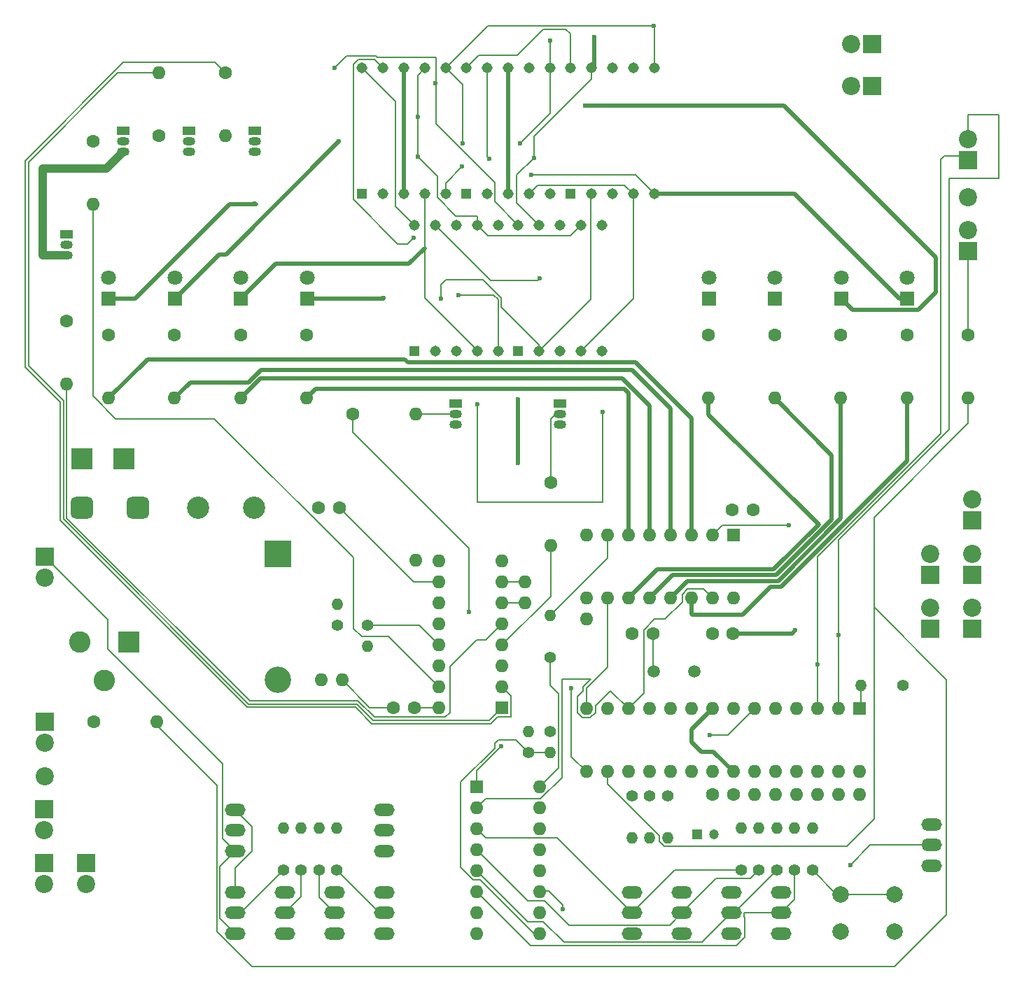
<source format=gbr>
%TF.GenerationSoftware,KiCad,Pcbnew,7.0.10*%
%TF.CreationDate,2024-02-06T15:01:58+01:00*%
%TF.ProjectId,diagram_chart,64696167-7261-46d5-9f63-686172742e6b,rev?*%
%TF.SameCoordinates,Original*%
%TF.FileFunction,Copper,L2,Bot*%
%TF.FilePolarity,Positive*%
%FSLAX46Y46*%
G04 Gerber Fmt 4.6, Leading zero omitted, Abs format (unit mm)*
G04 Created by KiCad (PCBNEW 7.0.10) date 2024-02-06 15:01:58*
%MOMM*%
%LPD*%
G01*
G04 APERTURE LIST*
G04 Aperture macros list*
%AMRoundRect*
0 Rectangle with rounded corners*
0 $1 Rounding radius*
0 $2 $3 $4 $5 $6 $7 $8 $9 X,Y pos of 4 corners*
0 Add a 4 corners polygon primitive as box body*
4,1,4,$2,$3,$4,$5,$6,$7,$8,$9,$2,$3,0*
0 Add four circle primitives for the rounded corners*
1,1,$1+$1,$2,$3*
1,1,$1+$1,$4,$5*
1,1,$1+$1,$6,$7*
1,1,$1+$1,$8,$9*
0 Add four rect primitives between the rounded corners*
20,1,$1+$1,$2,$3,$4,$5,0*
20,1,$1+$1,$4,$5,$6,$7,0*
20,1,$1+$1,$6,$7,$8,$9,0*
20,1,$1+$1,$8,$9,$2,$3,0*%
G04 Aperture macros list end*
%TA.AperFunction,ComponentPad*%
%ADD10O,1.600000X1.600000*%
%TD*%
%TA.AperFunction,ComponentPad*%
%ADD11C,1.600000*%
%TD*%
%TA.AperFunction,ComponentPad*%
%ADD12C,1.400000*%
%TD*%
%TA.AperFunction,ComponentPad*%
%ADD13O,1.400000X1.400000*%
%TD*%
%TA.AperFunction,ComponentPad*%
%ADD14C,1.500000*%
%TD*%
%TA.AperFunction,ComponentPad*%
%ADD15RoundRect,0.675000X-0.675000X-0.675000X0.675000X-0.675000X0.675000X0.675000X-0.675000X0.675000X0*%
%TD*%
%TA.AperFunction,ComponentPad*%
%ADD16C,2.700000*%
%TD*%
%TA.AperFunction,ComponentPad*%
%ADD17R,2.600000X2.600000*%
%TD*%
%TA.AperFunction,ComponentPad*%
%ADD18R,1.308000X1.308000*%
%TD*%
%TA.AperFunction,ComponentPad*%
%ADD19C,1.308000*%
%TD*%
%TA.AperFunction,ComponentPad*%
%ADD20R,2.200000X2.200000*%
%TD*%
%TA.AperFunction,ComponentPad*%
%ADD21C,2.200000*%
%TD*%
%TA.AperFunction,ComponentPad*%
%ADD22R,1.500000X1.050000*%
%TD*%
%TA.AperFunction,ComponentPad*%
%ADD23O,1.500000X1.050000*%
%TD*%
%TA.AperFunction,ComponentPad*%
%ADD24R,1.800000X1.800000*%
%TD*%
%TA.AperFunction,ComponentPad*%
%ADD25C,1.800000*%
%TD*%
%TA.AperFunction,ComponentPad*%
%ADD26R,1.200000X1.200000*%
%TD*%
%TA.AperFunction,ComponentPad*%
%ADD27C,1.200000*%
%TD*%
%TA.AperFunction,ComponentPad*%
%ADD28R,3.200000X3.200000*%
%TD*%
%TA.AperFunction,ComponentPad*%
%ADD29O,3.200000X3.200000*%
%TD*%
%TA.AperFunction,ComponentPad*%
%ADD30O,2.500000X1.500000*%
%TD*%
%TA.AperFunction,ComponentPad*%
%ADD31R,1.600000X1.600000*%
%TD*%
%TA.AperFunction,ComponentPad*%
%ADD32C,2.000000*%
%TD*%
%TA.AperFunction,ComponentPad*%
%ADD33C,2.600000*%
%TD*%
%TA.AperFunction,ViaPad*%
%ADD34C,0.600000*%
%TD*%
%TA.AperFunction,Conductor*%
%ADD35C,0.200000*%
%TD*%
%TA.AperFunction,Conductor*%
%ADD36C,0.500000*%
%TD*%
%TA.AperFunction,Conductor*%
%ADD37C,1.000000*%
%TD*%
G04 APERTURE END LIST*
D10*
%TO.P,,7,QH*%
%TO.N,unconnected-(U_Caps1-QH-Pad7)*%
X112700000Y-122460000D03*
%TD*%
D11*
%TO.P,R5,1*%
%TO.N,Net-(D5-K)*%
X142900000Y-92590000D03*
D10*
%TO.P,R5,2*%
%TO.N,Net-(U1-DRAIN5)*%
X142900000Y-100210000D03*
%TD*%
D12*
%TO.P,R29,1*%
%TO.N,Net-(MCU_0-PB3)*%
X125603000Y-148336000D03*
D13*
%TO.P,R29,2*%
%TO.N,GND*%
X125603000Y-153416000D03*
%TD*%
D14*
%TO.P,Y1,1,1*%
%TO.N,Net-(MCU_0-XTAL1{slash}PB6)*%
X133150000Y-133300000D03*
%TO.P,Y1,2,2*%
%TO.N,Net-(MCU_0-XTAL2{slash}PB7)*%
X128270000Y-133300000D03*
%TD*%
D15*
%TO.P,F1,1*%
%TO.N,+5V*%
X59090000Y-113500000D03*
X65850000Y-113500000D03*
D16*
%TO.P,F1,2*%
%TO.N,Net-(D8-K)*%
X73130000Y-113500000D03*
X79890000Y-113500000D03*
%TD*%
D17*
%TO.P,,1*%
%TO.N,+5V*%
X64170000Y-107500000D03*
%TD*%
D18*
%TO.P,hex_0,1*%
%TO.N,Net-(D4-K)*%
X99260000Y-94455000D03*
D19*
%TO.P,hex_0,2*%
%TO.N,Net-(D3-K)*%
X101800000Y-94455000D03*
%TO.P,hex_0,3,CA*%
%TO.N,Net-(T_HEX_0-E)*%
X104340000Y-94455000D03*
%TO.P,hex_0,4*%
%TO.N,Net-(D2-K)*%
X106880000Y-94455000D03*
%TO.P,hex_0,5*%
%TO.N,Net-(D7-K)*%
X109420000Y-94455000D03*
%TO.P,hex_0,6*%
%TO.N,Net-(D1-K)*%
X109420000Y-79215000D03*
%TO.P,hex_0,7*%
%TO.N,Net-(D0-K)*%
X106880000Y-79215000D03*
%TO.P,hex_0,8,CA*%
%TO.N,Net-(T_HEX_0-E)*%
X104340000Y-79215000D03*
%TO.P,hex_0,9*%
%TO.N,Net-(D5-K)*%
X101800000Y-79215000D03*
%TO.P,hex_0,10*%
%TO.N,Net-(D6-K)*%
X99260000Y-79215000D03*
%TD*%
D11*
%TO.P,R4,1*%
%TO.N,Net-(D4-K)*%
X134900000Y-92590000D03*
D10*
%TO.P,R4,2*%
%TO.N,Net-(U1-DRAIN4)*%
X134900000Y-100210000D03*
%TD*%
D11*
%TO.P,R23,1*%
%TO.N,Net-(T_LED1-B)*%
X57240000Y-90865000D03*
D10*
%TO.P,R23,2*%
%TO.N,Net-(U_Caps1-QF)*%
X57240000Y-98485000D03*
%TD*%
D20*
%TO.P,Serial_Screw1,1,Pin_1*%
%TO.N,Net-(MCU_0-PD1)*%
X166300000Y-71410000D03*
D21*
%TO.P,Serial_Screw1,2,Pin_2*%
%TO.N,Net-(MCU_0-PD0)*%
X166300000Y-68870000D03*
%TD*%
D10*
%TO.P,,6,QG*%
%TO.N,unconnected-(U_Caps1-QG-Pad6)*%
X112700000Y-125000000D03*
%TD*%
D21*
%TO.P,,2,Pin_2*%
%TO.N,unconnected-(RGB1-Pin_2-Pad2)*%
X166300000Y-75870000D03*
%TD*%
D10*
%TO.P,,26,PC3*%
%TO.N,unconnected-(MCU_0-PC3-Pad26)*%
X148082000Y-148209000D03*
%TD*%
D22*
%TO.P,T_HEX_1,1,E*%
%TO.N,Net-(T_HEX_1-E)*%
X116923000Y-100815000D03*
D23*
%TO.P,T_HEX_1,2,B*%
%TO.N,Net-(T_HEX_1-B)*%
X116923000Y-102085000D03*
%TO.P,T_HEX_1,3,C*%
%TO.N,Net-(D8-K)*%
X116923000Y-103355000D03*
%TD*%
D11*
%TO.P,CU_Caps1,1*%
%TO.N,Net-(D8-K)*%
X99300000Y-137700000D03*
%TO.P,CU_Caps1,2*%
%TO.N,GND*%
X96800000Y-137700000D03*
%TD*%
D20*
%TO.P,PWR_Screw2,1,Pin_1*%
%TO.N,GND*%
X166800000Y-115020000D03*
D21*
%TO.P,PWR_Screw2,2,Pin_2*%
%TO.N,Net-(D8-K)*%
X166800000Y-112480000D03*
%TD*%
D20*
%TO.P,Serial_Screw1,1,Pin_1*%
%TO.N,Net-(MCU_0-PD1)*%
X54550000Y-149930000D03*
D21*
%TO.P,Serial_Screw1,2,Pin_2*%
%TO.N,Net-(MCU_0-PD0)*%
X54550000Y-152470000D03*
%TD*%
D24*
%TO.P,D4,1,K*%
%TO.N,Net-(D4-K)*%
X134940000Y-88105000D03*
D25*
%TO.P,D4,2,A*%
%TO.N,Net-(D0-A)*%
X134940000Y-85565000D03*
%TD*%
D21*
%TO.P,,2,Pin_2*%
%TO.N,unconnected-(NC2-Pin_2-Pad2)*%
X152100000Y-62380000D03*
%TD*%
D12*
%TO.P,R31,1*%
%TO.N,Net-(MCU_0-PB5)*%
X129921000Y-148336000D03*
D13*
%TO.P,R31,2*%
%TO.N,GND*%
X129921000Y-153416000D03*
%TD*%
D21*
%TO.P,,2,Pin_2*%
%TO.N,unconnected-(NC3-Pin_2-Pad2)*%
X161720000Y-119020000D03*
%TD*%
D22*
%TO.P,T_DEC_0,1,E*%
%TO.N,Net-(T_DEC_0-E)*%
X64040000Y-67835000D03*
D23*
%TO.P,T_DEC_0,2,B*%
%TO.N,Net-(T_DEC_0-B)*%
X64040000Y-69105000D03*
%TO.P,T_DEC_0,3,C*%
%TO.N,Net-(D8-K)*%
X64040000Y-70375000D03*
%TD*%
D20*
%TO.P,NC4,1,Pin_1*%
%TO.N,unconnected-(NC4-Pin_1-Pad1)*%
X166800000Y-128100000D03*
D21*
%TO.P,NC4,2,Pin_2*%
%TO.N,unconnected-(NC4-Pin_2-Pad2)*%
X166800000Y-125560000D03*
%TD*%
D26*
%TO.P,C_MCU1,1*%
%TO.N,Net-(D8-K)*%
X133520401Y-153035000D03*
D27*
%TO.P,C_MCU1,2*%
%TO.N,GND*%
X135520401Y-153035000D03*
%TD*%
D28*
%TO.P,D8,1,K*%
%TO.N,Net-(D8-K)*%
X82800000Y-119080000D03*
D29*
%TO.P,D8,2,A*%
%TO.N,GND*%
X82800000Y-134320000D03*
%TD*%
D24*
%TO.P,D1,1,K*%
%TO.N,Net-(D1-K)*%
X70340000Y-88110000D03*
D25*
%TO.P,D1,2,A*%
%TO.N,Net-(D0-A)*%
X70340000Y-85570000D03*
%TD*%
D11*
%TO.P,R7,1*%
%TO.N,Net-(D7-K)*%
X158900000Y-92590000D03*
D10*
%TO.P,R7,2*%
%TO.N,Net-(U1-DRAIN7)*%
X158900000Y-100210000D03*
%TD*%
D30*
%TO.P,SW4,1,A*%
%TO.N,GND*%
X125650000Y-160025000D03*
%TO.P,SW4,2,B*%
%TO.N,Net-(SW4-B)*%
X125650000Y-162525000D03*
%TO.P,SW4,3,C*%
%TO.N,Net-(D8-K)*%
X125650000Y-165025000D03*
%TD*%
D20*
%TO.P,NC3,1,Pin_1*%
%TO.N,unconnected-(NC3-Pin_1-Pad1)*%
X166800000Y-121560000D03*
D21*
%TO.P,NC3,2,Pin_2*%
%TO.N,unconnected-(NC3-Pin_2-Pad2)*%
X166800000Y-119020000D03*
%TD*%
D20*
%TO.P,,1,Pin_1*%
%TO.N,unconnected-(NC4-Pin_1-Pad1)*%
X161720000Y-128100000D03*
%TD*%
D31*
%TO.P,U_Caps1,1,QB*%
%TO.N,Net-(U_Caps1-QB)*%
X109900000Y-137700000D03*
D10*
%TO.P,U_Caps1,2,QC*%
%TO.N,Net-(U_Caps1-QC)*%
X109900000Y-135160000D03*
%TO.P,U_Caps1,3,QD*%
%TO.N,Net-(U_Caps1-QD)*%
X109900000Y-132620000D03*
%TO.P,U_Caps1,4,QE*%
%TO.N,Net-(U_Caps1-QE)*%
X109900000Y-130080000D03*
%TO.P,U_Caps1,5,QF*%
%TO.N,Net-(U_Caps1-QF)*%
X109900000Y-127540000D03*
%TO.P,U_Caps1,6,QG*%
%TO.N,unconnected-(U_Caps1-QG-Pad6)*%
X109900000Y-125000000D03*
%TO.P,U_Caps1,7,QH*%
%TO.N,unconnected-(U_Caps1-QH-Pad7)*%
X109900000Y-122460000D03*
%TO.P,U_Caps1,8,GND*%
%TO.N,GND*%
X109900000Y-119920000D03*
%TO.P,U_Caps1,9,QH'*%
%TO.N,unconnected-(U_Caps1-QH'-Pad9)*%
X102280000Y-119920000D03*
%TO.P,U_Caps1,10,~{SRCLR}*%
%TO.N,Net-(D8-K)*%
X102280000Y-122460000D03*
%TO.P,U_Caps1,11,SRCLK*%
%TO.N,Net-(MCU_0-PD6)*%
X102280000Y-125000000D03*
%TO.P,U_Caps1,12,RCLK*%
%TO.N,Net-(MCU_0-PB1)*%
X102280000Y-127540000D03*
%TO.P,U_Caps1,13,~{OE}*%
%TO.N,Net-(U_Caps1-~{OE})*%
X102280000Y-130080000D03*
%TO.P,U_Caps1,14,SER*%
%TO.N,Net-(MCU_0-PD4)*%
X102280000Y-132620000D03*
%TO.P,U_Caps1,15,QA*%
%TO.N,Net-(U_Caps1-QA)*%
X102280000Y-135160000D03*
%TO.P,U_Caps1,16,VCC*%
%TO.N,Net-(D8-K)*%
X102280000Y-137700000D03*
%TD*%
D21*
%TO.P,,2,Pin_2*%
%TO.N,unconnected-(RGB2-Pin_2-Pad2)*%
X54590000Y-145940000D03*
%TD*%
D11*
%TO.P,C1,1*%
%TO.N,GND*%
X137850000Y-128700000D03*
%TO.P,C1,2*%
%TO.N,Net-(MCU_0-XTAL1{slash}PB6)*%
X135350000Y-128700000D03*
%TD*%
%TO.P,R2,1*%
%TO.N,Net-(D2-K)*%
X78300000Y-92590000D03*
D10*
%TO.P,R2,2*%
%TO.N,Net-(U1-DRAIN2)*%
X78300000Y-100210000D03*
%TD*%
D12*
%TO.P,R16,1*%
%TO.N,Net-(SW6-B)*%
X143129000Y-157353000D03*
D13*
%TO.P,R16,2*%
%TO.N,GND*%
X143129000Y-152273000D03*
%TD*%
D12*
%TO.P,R21,1*%
%TO.N,Net-(MCU_0-PD5)*%
X115730000Y-140560000D03*
D13*
%TO.P,R21,2*%
%TO.N,Net-(U2-Q7)*%
X115730000Y-143100000D03*
%TD*%
D22*
%TO.P,T_HEX_0,1,E*%
%TO.N,Net-(T_HEX_0-E)*%
X104323000Y-100815000D03*
D23*
%TO.P,T_HEX_0,2,B*%
%TO.N,Net-(T_HEX_0-B)*%
X104323000Y-102085000D03*
%TO.P,T_HEX_0,3,C*%
%TO.N,Net-(D8-K)*%
X104323000Y-103355000D03*
%TD*%
D12*
%TO.P,R10,1*%
%TO.N,Net-(MCU_0-PD3)*%
X147447000Y-157353000D03*
D13*
%TO.P,R10,2*%
%TO.N,GND*%
X147447000Y-152273000D03*
%TD*%
D12*
%TO.P,R17,1*%
%TO.N,Net-(SW7-B)*%
X145288000Y-157353000D03*
D13*
%TO.P,R17,2*%
%TO.N,GND*%
X145288000Y-152273000D03*
%TD*%
D12*
%TO.P,R20,1*%
%TO.N,Net-(U2-Q7)*%
X113130000Y-143100000D03*
D13*
%TO.P,R20,2*%
%TO.N,Net-(MCU_0-PD4)*%
X113130000Y-140560000D03*
%TD*%
D30*
%TO.P,SW__WR1,1,A*%
%TO.N,GND*%
X161900000Y-151775000D03*
%TO.P,SW__WR1,2,B*%
%TO.N,Net-(MCU_0-PB4)*%
X161900000Y-154275000D03*
%TO.P,SW__WR1,3,C*%
%TO.N,Net-(D8-K)*%
X161900000Y-156775000D03*
%TD*%
D11*
%TO.P,R6,1*%
%TO.N,Net-(D6-K)*%
X150900000Y-92590000D03*
D10*
%TO.P,R6,2*%
%TO.N,Net-(U1-DRAIN6)*%
X150900000Y-100210000D03*
%TD*%
D30*
%TO.P,SW0,1,A*%
%TO.N,GND*%
X77650000Y-160025000D03*
%TO.P,SW0,2,B*%
%TO.N,Net-(SW0-B)*%
X77650000Y-162525000D03*
%TO.P,SW0,3,C*%
%TO.N,Net-(D8-K)*%
X77650000Y-165025000D03*
%TD*%
D20*
%TO.P,NC1,1,Pin_1*%
%TO.N,unconnected-(NC1-Pin_1-Pad1)*%
X54550000Y-156470000D03*
D21*
%TO.P,NC1,2,Pin_2*%
%TO.N,unconnected-(NC1-Pin_2-Pad2)*%
X54550000Y-159010000D03*
%TD*%
D11*
%TO.P,R3,1*%
%TO.N,Net-(D3-K)*%
X86300000Y-92590000D03*
D10*
%TO.P,R3,2*%
%TO.N,Net-(U1-DRAIN3)*%
X86300000Y-100210000D03*
%TD*%
D30*
%TO.P,SW3,1,A*%
%TO.N,GND*%
X95650000Y-160025000D03*
%TO.P,SW3,2,B*%
%TO.N,Net-(SW3-B)*%
X95650000Y-162525000D03*
%TO.P,SW3,3,C*%
%TO.N,Net-(D8-K)*%
X95650000Y-165025000D03*
%TD*%
D12*
%TO.P,R15,1*%
%TO.N,Net-(SW5-B)*%
X140970000Y-157353000D03*
D13*
%TO.P,R15,2*%
%TO.N,GND*%
X140970000Y-152273000D03*
%TD*%
D18*
%TO.P,decimal_1,1*%
%TO.N,Net-(D4-K)*%
X105560000Y-75455000D03*
D19*
%TO.P,decimal_1,2*%
%TO.N,Net-(D3-K)*%
X108100000Y-75455000D03*
%TO.P,decimal_1,3,CA*%
%TO.N,Net-(T_DEC_1-E)*%
X110640000Y-75455000D03*
%TO.P,decimal_1,4*%
%TO.N,Net-(D2-K)*%
X113180000Y-75455000D03*
%TO.P,decimal_1,5*%
%TO.N,Net-(D7-K)*%
X115720000Y-75455000D03*
%TO.P,decimal_1,6*%
%TO.N,Net-(D1-K)*%
X115720000Y-60215000D03*
%TO.P,decimal_1,7*%
%TO.N,Net-(D0-K)*%
X113180000Y-60215000D03*
%TO.P,decimal_1,8,CA*%
%TO.N,Net-(T_DEC_1-E)*%
X110640000Y-60215000D03*
%TO.P,decimal_1,9*%
%TO.N,Net-(D5-K)*%
X108100000Y-60215000D03*
%TO.P,decimal_1,10*%
%TO.N,Net-(D6-K)*%
X105560000Y-60215000D03*
%TD*%
D10*
%TO.P,,28,PC5*%
%TO.N,unconnected-(MCU_0-PC5-Pad28)*%
X153162000Y-148209000D03*
%TD*%
%TO.P,,27,PC4*%
%TO.N,unconnected-(MCU_0-PC4-Pad27)*%
X150622000Y-148209000D03*
%TD*%
D30*
%TO.P,SW2,1,A*%
%TO.N,GND*%
X89650000Y-160025000D03*
%TO.P,SW2,2,B*%
%TO.N,Net-(SW2-B)*%
X89650000Y-162525000D03*
%TO.P,SW2,3,C*%
%TO.N,Net-(D8-K)*%
X89650000Y-165025000D03*
%TD*%
D12*
%TO.P,R11,1*%
%TO.N,Net-(SW1-B)*%
X85598000Y-157353000D03*
D13*
%TO.P,R11,2*%
%TO.N,GND*%
X85598000Y-152273000D03*
%TD*%
D11*
%TO.P,R27,1*%
%TO.N,Net-(T_DEC_1-B)*%
X68400000Y-68410000D03*
D10*
%TO.P,R27,2*%
%TO.N,Net-(U_Caps1-QB)*%
X68400000Y-60790000D03*
%TD*%
D20*
%TO.P,,1,Pin_1*%
%TO.N,unconnected-(NC3-Pin_1-Pad1)*%
X161720000Y-121560000D03*
%TD*%
D31*
%TO.P,U2,1,~{PL}*%
%TO.N,Net-(MCU_0-PD7)*%
X106840000Y-147235000D03*
D10*
%TO.P,U2,2,CP*%
%TO.N,Net-(MCU_0-PD6)*%
X106840000Y-149775000D03*
%TO.P,U2,3,D4*%
%TO.N,Net-(SW4-B)*%
X106840000Y-152315000D03*
%TO.P,U2,4,D5*%
%TO.N,Net-(SW5-B)*%
X106840000Y-154855000D03*
%TO.P,U2,5,D6*%
%TO.N,Net-(SW6-B)*%
X106840000Y-157395000D03*
%TO.P,U2,6,D7*%
%TO.N,Net-(SW7-B)*%
X106840000Y-159935000D03*
%TO.P,U2,7,~{Q7}*%
%TO.N,unconnected-(U2-~{Q7}-Pad7)*%
X106840000Y-162475000D03*
%TO.P,U2,8,GND*%
%TO.N,GND*%
X106840000Y-165015000D03*
%TO.P,U2,9,Q7*%
%TO.N,Net-(U2-Q7)*%
X114460000Y-165015000D03*
%TO.P,U2,10,DS*%
%TO.N,unconnected-(U2-DS-Pad10)*%
X114460000Y-162475000D03*
%TO.P,U2,11,D0*%
%TO.N,Net-(SW0-B)*%
X114460000Y-159935000D03*
%TO.P,U2,12,D1*%
%TO.N,Net-(SW1-B)*%
X114460000Y-157395000D03*
%TO.P,U2,13,D2*%
%TO.N,Net-(SW2-B)*%
X114460000Y-154855000D03*
%TO.P,U2,14,D3*%
%TO.N,Net-(SW3-B)*%
X114460000Y-152315000D03*
%TO.P,U2,15,~{CE}*%
%TO.N,GND*%
X114460000Y-149775000D03*
%TO.P,U2,16,VCC*%
%TO.N,Net-(D8-K)*%
X114460000Y-147235000D03*
%TD*%
D12*
%TO.P,R18,1*%
%TO.N,Net-(U_Caps1-~{OE})*%
X90000000Y-127720000D03*
D13*
%TO.P,R18,2*%
%TO.N,GND*%
X90000000Y-125180000D03*
%TD*%
D10*
%TO.P,,25,PC2*%
%TO.N,unconnected-(MCU_0-PC2-Pad25)*%
X145542000Y-148209000D03*
%TD*%
D11*
%TO.P,,1*%
%TO.N,Net-(D8-K)*%
X90250000Y-113500000D03*
%TD*%
D18*
%TO.P,decimal_0,1*%
%TO.N,Net-(D4-K)*%
X92960000Y-75455000D03*
D19*
%TO.P,decimal_0,2*%
%TO.N,Net-(D3-K)*%
X95500000Y-75455000D03*
%TO.P,decimal_0,3,CA*%
%TO.N,Net-(T_DEC_0-E)*%
X98040000Y-75455000D03*
%TO.P,decimal_0,4*%
%TO.N,Net-(D2-K)*%
X100580000Y-75455000D03*
%TO.P,decimal_0,5*%
%TO.N,Net-(D7-K)*%
X103120000Y-75455000D03*
%TO.P,decimal_0,6*%
%TO.N,Net-(D1-K)*%
X103120000Y-60215000D03*
%TO.P,decimal_0,7*%
%TO.N,Net-(D0-K)*%
X100580000Y-60215000D03*
%TO.P,decimal_0,8,CA*%
%TO.N,Net-(T_DEC_0-E)*%
X98040000Y-60215000D03*
%TO.P,decimal_0,9*%
%TO.N,Net-(D5-K)*%
X95500000Y-60215000D03*
%TO.P,decimal_0,10*%
%TO.N,Net-(D6-K)*%
X92960000Y-60215000D03*
%TD*%
D12*
%TO.P,R22,1*%
%TO.N,Net-(D8-K)*%
X115697000Y-131572000D03*
D13*
%TO.P,R22,2*%
%TO.N,Net-(U1-~{CLR})*%
X115697000Y-126492000D03*
%TD*%
D11*
%TO.P,CU2,1*%
%TO.N,Net-(MCU_0-AREF)*%
X135402000Y-148209000D03*
%TO.P,CU2,2*%
%TO.N,GND*%
X137902000Y-148209000D03*
%TD*%
%TO.P,R32,1*%
%TO.N,Net-(RGB1-Pin_1)*%
X166300000Y-92590000D03*
D10*
%TO.P,R32,2*%
%TO.N,Net-(MCU_0-PB2)*%
X166300000Y-100210000D03*
%TD*%
D12*
%TO.P,R12,1*%
%TO.N,Net-(SW2-B)*%
X87757000Y-157353000D03*
D13*
%TO.P,R12,2*%
%TO.N,GND*%
X87757000Y-152273000D03*
%TD*%
D12*
%TO.P,R9,1*%
%TO.N,Net-(D8-K)*%
X158369000Y-135001000D03*
D13*
%TO.P,R9,2*%
%TO.N,Net-(MCU_0-~{RESET}{slash}PC6)*%
X153289000Y-135001000D03*
%TD*%
D20*
%TO.P,,1,Pin_1*%
%TO.N,unconnected-(NC2-Pin_1-Pad1)*%
X154640000Y-62380000D03*
%TD*%
D12*
%TO.P,R8,1*%
%TO.N,Net-(SW0-B)*%
X83439000Y-157353000D03*
D13*
%TO.P,R8,2*%
%TO.N,GND*%
X83439000Y-152273000D03*
%TD*%
D20*
%TO.P,NC2,1,Pin_1*%
%TO.N,unconnected-(NC2-Pin_1-Pad1)*%
X154640000Y-57300000D03*
D21*
%TO.P,NC2,2,Pin_2*%
%TO.N,unconnected-(NC2-Pin_2-Pad2)*%
X152100000Y-57300000D03*
%TD*%
D18*
%TO.P,hex_1,1*%
%TO.N,Net-(D4-K)*%
X111860000Y-94455000D03*
D19*
%TO.P,hex_1,2*%
%TO.N,Net-(D3-K)*%
X114400000Y-94455000D03*
%TO.P,hex_1,3,CA*%
%TO.N,Net-(T_HEX_1-E)*%
X116940000Y-94455000D03*
%TO.P,hex_1,4*%
%TO.N,Net-(D2-K)*%
X119480000Y-94455000D03*
%TO.P,hex_1,5*%
%TO.N,Net-(D7-K)*%
X122020000Y-94455000D03*
%TO.P,hex_1,6*%
%TO.N,Net-(D1-K)*%
X122020000Y-79215000D03*
%TO.P,hex_1,7*%
%TO.N,Net-(D0-K)*%
X119480000Y-79215000D03*
%TO.P,hex_1,8,CA*%
%TO.N,Net-(T_HEX_1-E)*%
X116940000Y-79215000D03*
%TO.P,hex_1,9*%
%TO.N,Net-(D5-K)*%
X114400000Y-79215000D03*
%TO.P,hex_1,10*%
%TO.N,Net-(D6-K)*%
X111860000Y-79215000D03*
%TD*%
D10*
%TO.P,,24,PC1*%
%TO.N,unconnected-(MCU_0-PC1-Pad24)*%
X143002000Y-148209000D03*
%TD*%
D18*
%TO.P,decimal_2,1*%
%TO.N,Net-(D4-K)*%
X118160000Y-75455000D03*
D19*
%TO.P,decimal_2,2*%
%TO.N,Net-(D3-K)*%
X120700000Y-75455000D03*
%TO.P,decimal_2,3,CA*%
%TO.N,Net-(T_DEC_2-E)*%
X123240000Y-75455000D03*
%TO.P,decimal_2,4*%
%TO.N,Net-(D2-K)*%
X125780000Y-75455000D03*
%TO.P,decimal_2,5*%
%TO.N,Net-(D7-K)*%
X128320000Y-75455000D03*
%TO.P,decimal_2,6*%
%TO.N,Net-(D1-K)*%
X128320000Y-60215000D03*
%TO.P,decimal_2,7*%
%TO.N,Net-(D0-K)*%
X125780000Y-60215000D03*
%TO.P,decimal_2,8,CA*%
%TO.N,Net-(T_DEC_2-E)*%
X123240000Y-60215000D03*
%TO.P,decimal_2,9*%
%TO.N,Net-(D5-K)*%
X120700000Y-60215000D03*
%TO.P,decimal_2,10*%
%TO.N,Net-(D6-K)*%
X118160000Y-60215000D03*
%TD*%
D11*
%TO.P,R24,1*%
%TO.N,Net-(U_Caps1-QD)*%
X91823000Y-102085000D03*
D10*
%TO.P,R24,2*%
%TO.N,Net-(T_HEX_0-B)*%
X99443000Y-102085000D03*
%TD*%
D11*
%TO.P,R28,1*%
%TO.N,Net-(U_Caps1-QC)*%
X76400000Y-60790000D03*
D10*
%TO.P,R28,2*%
%TO.N,Net-(T_DEC_2-B)*%
X76400000Y-68410000D03*
%TD*%
D24*
%TO.P,D7,1,K*%
%TO.N,Net-(D7-K)*%
X158940000Y-88110000D03*
D25*
%TO.P,D7,2,A*%
%TO.N,Net-(D0-A)*%
X158940000Y-85570000D03*
%TD*%
D32*
%TO.P,SW_N1,1,1*%
%TO.N,Net-(MCU_0-PD3)*%
X150900000Y-160275000D03*
X157400000Y-160275000D03*
%TO.P,SW_N1,2,2*%
%TO.N,Net-(D8-K)*%
X150900000Y-164775000D03*
X157400000Y-164775000D03*
%TD*%
D30*
%TO.P,SW_Mem1,1,A*%
%TO.N,GND*%
X77650000Y-150025000D03*
%TO.P,SW_Mem1,2,B*%
%TO.N,Net-(MCU_0-PB3)*%
X77650000Y-152525000D03*
%TO.P,SW_Mem1,3,C*%
%TO.N,Net-(D8-K)*%
X77650000Y-155025000D03*
%TD*%
D24*
%TO.P,D2,1,K*%
%TO.N,Net-(D2-K)*%
X78340000Y-88110000D03*
D25*
%TO.P,D2,2,A*%
%TO.N,Net-(D0-A)*%
X78340000Y-85570000D03*
%TD*%
D21*
%TO.P,,2,Pin_2*%
%TO.N,unconnected-(NC1-Pin_2-Pad2)*%
X59630000Y-159010000D03*
%TD*%
D12*
%TO.P,R14,1*%
%TO.N,Net-(SW4-B)*%
X138811000Y-157353000D03*
D13*
%TO.P,R14,2*%
%TO.N,GND*%
X138811000Y-152273000D03*
%TD*%
D11*
%TO.P,R33,1*%
%TO.N,Net-(RGB2-Pin_1)*%
X60500000Y-139390000D03*
D10*
%TO.P,R33,2*%
%TO.N,Net-(MCU_0-PB2)*%
X68120000Y-139390000D03*
%TD*%
%TO.P,,9,SER_OUT*%
%TO.N,unconnected-(U1-SER_OUT-Pad9)*%
X120100000Y-126960000D03*
%TD*%
%TO.P,,23,PC0*%
%TO.N,unconnected-(MCU_0-PC0-Pad23)*%
X140462000Y-148209000D03*
%TD*%
D12*
%TO.P,R13,1*%
%TO.N,Net-(SW3-B)*%
X89916000Y-157353000D03*
D13*
%TO.P,R13,2*%
%TO.N,GND*%
X89916000Y-152273000D03*
%TD*%
D17*
%TO.P,DC-In1,1*%
%TO.N,+5V*%
X64800000Y-129700000D03*
D33*
%TO.P,DC-In1,2*%
%TO.N,GND*%
X58800000Y-129700000D03*
%TO.P,DC-In1,3*%
X61800000Y-134400000D03*
%TD*%
D30*
%TO.P,SW5,1,A*%
%TO.N,GND*%
X131650000Y-160025000D03*
%TO.P,SW5,2,B*%
%TO.N,Net-(SW5-B)*%
X131650000Y-162525000D03*
%TO.P,SW5,3,C*%
%TO.N,Net-(D8-K)*%
X131650000Y-165025000D03*
%TD*%
D11*
%TO.P,,1*%
%TO.N,Net-(D8-K)*%
X87710000Y-113500000D03*
%TD*%
D31*
%TO.P,U1,1,VCC*%
%TO.N,Net-(D8-K)*%
X137880000Y-116800000D03*
D10*
%TO.P,U1,2,SER_IN*%
%TO.N,Net-(MCU_0-PD4)*%
X135340000Y-116800000D03*
%TO.P,U1,3,DRAIN0*%
%TO.N,Net-(U1-DRAIN0)*%
X132800000Y-116800000D03*
%TO.P,U1,4,DRAIN1*%
%TO.N,Net-(U1-DRAIN1)*%
X130260000Y-116800000D03*
%TO.P,U1,5,DRAIN2*%
%TO.N,Net-(U1-DRAIN2)*%
X127720000Y-116800000D03*
%TO.P,U1,6,DRAIN3*%
%TO.N,Net-(U1-DRAIN3)*%
X125180000Y-116800000D03*
%TO.P,U1,7,~{CLR}*%
%TO.N,Net-(U1-~{CLR})*%
X122640000Y-116800000D03*
%TO.P,U1,8,~{G}*%
%TO.N,GND*%
X120100000Y-116800000D03*
%TO.P,U1,9,SER_OUT*%
%TO.N,unconnected-(U1-SER_OUT-Pad9)*%
X120100000Y-124420000D03*
%TO.P,U1,10,RCLK*%
%TO.N,Net-(MCU_0-PB0)*%
X122640000Y-124420000D03*
%TO.P,U1,11,DRAIN4*%
%TO.N,Net-(U1-DRAIN4)*%
X125180000Y-124420000D03*
%TO.P,U1,12,DRAIN5*%
%TO.N,Net-(U1-DRAIN5)*%
X127720000Y-124420000D03*
%TO.P,U1,13,DRAIN6*%
%TO.N,Net-(U1-DRAIN6)*%
X130260000Y-124420000D03*
%TO.P,U1,14,DRAIN7*%
%TO.N,Net-(U1-DRAIN7)*%
X132800000Y-124420000D03*
%TO.P,U1,15,SRCK*%
%TO.N,Net-(MCU_0-PD6)*%
X135340000Y-124420000D03*
%TO.P,U1,16,GND*%
%TO.N,GND*%
X137880000Y-124420000D03*
%TD*%
D20*
%TO.P,,1,Pin_1*%
%TO.N,unconnected-(NC1-Pin_1-Pad1)*%
X59630000Y-156470000D03*
%TD*%
D30*
%TO.P,SW_Serr1,1,A*%
%TO.N,GND*%
X95650000Y-150025000D03*
%TO.P,SW_Serr1,2,B*%
%TO.N,Net-(MCU_0-PB5)*%
X95650000Y-152525000D03*
%TO.P,SW_Serr1,3,C*%
%TO.N,Net-(D8-K)*%
X95650000Y-155025000D03*
%TD*%
D11*
%TO.P,CU1,1*%
%TO.N,Net-(D8-K)*%
X137750000Y-113700000D03*
%TO.P,CU1,2*%
%TO.N,GND*%
X140250000Y-113700000D03*
%TD*%
%TO.P,R25,1*%
%TO.N,Net-(T_HEX_1-B)*%
X115800000Y-110380000D03*
D10*
%TO.P,R25,2*%
%TO.N,Net-(U_Caps1-QE)*%
X115800000Y-118000000D03*
%TD*%
D11*
%TO.P,R1,1*%
%TO.N,Net-(D1-K)*%
X70300000Y-92590000D03*
D10*
%TO.P,R1,2*%
%TO.N,Net-(U1-DRAIN1)*%
X70300000Y-100210000D03*
%TD*%
%TO.P,,*%
%TO.N,GND*%
X90540000Y-134320000D03*
%TD*%
D22*
%TO.P,T_DEC_1,1,E*%
%TO.N,Net-(T_DEC_1-E)*%
X72040000Y-67835000D03*
D23*
%TO.P,T_DEC_1,2,B*%
%TO.N,Net-(T_DEC_1-B)*%
X72040000Y-69105000D03*
%TO.P,T_DEC_1,3,C*%
%TO.N,Net-(D8-K)*%
X72040000Y-70375000D03*
%TD*%
D17*
%TO.P,,1*%
%TO.N,+5V*%
X59090000Y-107500000D03*
%TD*%
D10*
%TO.P,,9,QH'*%
%TO.N,unconnected-(U_Caps1-QH'-Pad9)*%
X99500000Y-119800000D03*
%TD*%
D21*
%TO.P,,2,Pin_2*%
%TO.N,unconnected-(NC4-Pin_2-Pad2)*%
X161720000Y-125560000D03*
%TD*%
D31*
%TO.P,MCU_0,1,~{RESET}/PC6*%
%TO.N,Net-(MCU_0-~{RESET}{slash}PC6)*%
X153130000Y-137800000D03*
D10*
%TO.P,MCU_0,2,PD0*%
%TO.N,Net-(MCU_0-PD0)*%
X150590000Y-137800000D03*
%TO.P,MCU_0,3,PD1*%
%TO.N,Net-(MCU_0-PD1)*%
X148050000Y-137800000D03*
%TO.P,MCU_0,4,PD2*%
%TO.N,Net-(MCU_0-PD2)*%
X145510000Y-137800000D03*
%TO.P,MCU_0,5,PD3*%
%TO.N,Net-(MCU_0-PD3)*%
X142970000Y-137800000D03*
%TO.P,MCU_0,6,PD4*%
%TO.N,Net-(MCU_0-PD4)*%
X140430000Y-137800000D03*
%TO.P,MCU_0,7,VCC*%
%TO.N,Net-(D8-K)*%
X137890000Y-137800000D03*
%TO.P,MCU_0,8,GND*%
%TO.N,GND*%
X135350000Y-137800000D03*
%TO.P,MCU_0,9,XTAL1/PB6*%
%TO.N,Net-(MCU_0-XTAL1{slash}PB6)*%
X132810000Y-137800000D03*
%TO.P,MCU_0,10,XTAL2/PB7*%
%TO.N,Net-(MCU_0-XTAL2{slash}PB7)*%
X130270000Y-137800000D03*
%TO.P,MCU_0,11,PD5*%
%TO.N,Net-(MCU_0-PD5)*%
X127730000Y-137800000D03*
%TO.P,MCU_0,12,PD6*%
%TO.N,Net-(MCU_0-PD6)*%
X125190000Y-137800000D03*
%TO.P,MCU_0,13,PD7*%
%TO.N,Net-(MCU_0-PD7)*%
X122650000Y-137800000D03*
%TO.P,MCU_0,14,PB0*%
%TO.N,Net-(MCU_0-PB0)*%
X120110000Y-137800000D03*
%TO.P,MCU_0,15,PB1*%
%TO.N,Net-(MCU_0-PB1)*%
X120110000Y-145420000D03*
%TO.P,MCU_0,16,PB2*%
%TO.N,Net-(MCU_0-PB2)*%
X122650000Y-145420000D03*
%TO.P,MCU_0,17,PB3*%
%TO.N,Net-(MCU_0-PB3)*%
X125190000Y-145420000D03*
%TO.P,MCU_0,18,PB4*%
%TO.N,Net-(MCU_0-PB4)*%
X127730000Y-145420000D03*
%TO.P,MCU_0,19,PB5*%
%TO.N,Net-(MCU_0-PB5)*%
X130270000Y-145420000D03*
%TO.P,MCU_0,20,AVCC*%
%TO.N,Net-(D8-K)*%
X132810000Y-145420000D03*
%TO.P,MCU_0,21,AREF*%
%TO.N,Net-(MCU_0-AREF)*%
X135350000Y-145420000D03*
%TO.P,MCU_0,22,GND*%
%TO.N,GND*%
X137890000Y-145420000D03*
%TO.P,MCU_0,23,PC0*%
%TO.N,unconnected-(MCU_0-PC0-Pad23)*%
X140430000Y-145420000D03*
%TO.P,MCU_0,24,PC1*%
%TO.N,unconnected-(MCU_0-PC1-Pad24)*%
X142970000Y-145420000D03*
%TO.P,MCU_0,25,PC2*%
%TO.N,unconnected-(MCU_0-PC2-Pad25)*%
X145510000Y-145420000D03*
%TO.P,MCU_0,26,PC3*%
%TO.N,unconnected-(MCU_0-PC3-Pad26)*%
X148050000Y-145420000D03*
%TO.P,MCU_0,27,PC4*%
%TO.N,unconnected-(MCU_0-PC4-Pad27)*%
X150590000Y-145420000D03*
%TO.P,MCU_0,28,PC5*%
%TO.N,unconnected-(MCU_0-PC5-Pad28)*%
X153130000Y-145420000D03*
%TD*%
D11*
%TO.P,R26,1*%
%TO.N,Net-(T_DEC_0-B)*%
X60410000Y-69100000D03*
D10*
%TO.P,R26,2*%
%TO.N,Net-(U_Caps1-QA)*%
X60410000Y-76720000D03*
%TD*%
D24*
%TO.P,D5,1,K*%
%TO.N,Net-(D5-K)*%
X142940000Y-88110000D03*
D25*
%TO.P,D5,2,A*%
%TO.N,Net-(D0-A)*%
X142940000Y-85570000D03*
%TD*%
D30*
%TO.P,SW1,1,A*%
%TO.N,GND*%
X83650000Y-160025000D03*
%TO.P,SW1,2,B*%
%TO.N,Net-(SW1-B)*%
X83650000Y-162525000D03*
%TO.P,SW1,3,C*%
%TO.N,Net-(D8-K)*%
X83650000Y-165025000D03*
%TD*%
D20*
%TO.P,RGB1,1,Pin_1*%
%TO.N,Net-(RGB1-Pin_1)*%
X166300000Y-82410000D03*
D21*
%TO.P,RGB1,2,Pin_2*%
%TO.N,unconnected-(RGB1-Pin_2-Pad2)*%
X166300000Y-79870000D03*
%TD*%
D22*
%TO.P,T_LED1,1,E*%
%TO.N,Net-(D0-A)*%
X57240000Y-80365000D03*
D23*
%TO.P,T_LED1,2,B*%
%TO.N,Net-(T_LED1-B)*%
X57240000Y-81635000D03*
%TO.P,T_LED1,3,C*%
%TO.N,Net-(D8-K)*%
X57240000Y-82905000D03*
%TD*%
D24*
%TO.P,D3,1,K*%
%TO.N,Net-(D3-K)*%
X86340000Y-88110000D03*
D25*
%TO.P,D3,2,A*%
%TO.N,Net-(D0-A)*%
X86340000Y-85570000D03*
%TD*%
D11*
%TO.P,R0,1*%
%TO.N,Net-(D0-K)*%
X62300000Y-92590000D03*
D10*
%TO.P,R0,2*%
%TO.N,Net-(U1-DRAIN0)*%
X62300000Y-100210000D03*
%TD*%
D20*
%TO.P,RGB2,1,Pin_1*%
%TO.N,Net-(RGB2-Pin_1)*%
X54590000Y-139400000D03*
D21*
%TO.P,RGB2,2,Pin_2*%
%TO.N,unconnected-(RGB2-Pin_2-Pad2)*%
X54590000Y-141940000D03*
%TD*%
D12*
%TO.P,R30,1*%
%TO.N,Net-(MCU_0-PB4)*%
X127762000Y-148336000D03*
D13*
%TO.P,R30,2*%
%TO.N,GND*%
X127762000Y-153416000D03*
%TD*%
D12*
%TO.P,R19,1*%
%TO.N,Net-(U_Caps1-~{OE})*%
X93600000Y-127680000D03*
D13*
%TO.P,R19,2*%
%TO.N,Net-(MCU_0-PD2)*%
X93600000Y-130220000D03*
%TD*%
D20*
%TO.P,PWR_Screw1,1,Pin_1*%
%TO.N,Net-(D8-K)*%
X54590000Y-119400000D03*
D21*
%TO.P,PWR_Screw1,2,Pin_2*%
%TO.N,GND*%
X54590000Y-121940000D03*
%TD*%
D11*
%TO.P,C2,1*%
%TO.N,Net-(MCU_0-XTAL2{slash}PB7)*%
X128150000Y-128700000D03*
%TO.P,C2,2*%
%TO.N,GND*%
X125650000Y-128700000D03*
%TD*%
D24*
%TO.P,D0,1,K*%
%TO.N,Net-(D0-K)*%
X62340000Y-88110000D03*
D25*
%TO.P,D0,2,A*%
%TO.N,Net-(D0-A)*%
X62340000Y-85570000D03*
%TD*%
D30*
%TO.P,SW6,1,A*%
%TO.N,GND*%
X137650000Y-160025000D03*
%TO.P,SW6,2,B*%
%TO.N,Net-(SW6-B)*%
X137650000Y-162525000D03*
%TO.P,SW6,3,C*%
%TO.N,Net-(D8-K)*%
X137650000Y-165025000D03*
%TD*%
%TO.P,SW7,1,A*%
%TO.N,GND*%
X143650000Y-160025000D03*
%TO.P,SW7,2,B*%
%TO.N,Net-(SW7-B)*%
X143650000Y-162525000D03*
%TO.P,SW7,3,C*%
%TO.N,Net-(D8-K)*%
X143650000Y-165025000D03*
%TD*%
D10*
%TO.P,,*%
%TO.N,GND*%
X88000000Y-134320000D03*
%TD*%
D24*
%TO.P,D6,1,K*%
%TO.N,Net-(D6-K)*%
X150940000Y-88110000D03*
D25*
%TO.P,D6,2,A*%
%TO.N,Net-(D0-A)*%
X150940000Y-85570000D03*
%TD*%
D22*
%TO.P,T_DEC_2,1,E*%
%TO.N,Net-(T_DEC_2-E)*%
X80040000Y-67835000D03*
D23*
%TO.P,T_DEC_2,2,B*%
%TO.N,Net-(T_DEC_2-B)*%
X80040000Y-69105000D03*
%TO.P,T_DEC_2,3,C*%
%TO.N,Net-(D8-K)*%
X80040000Y-70375000D03*
%TD*%
D34*
%TO.N,GND*%
X145370000Y-128320000D03*
%TO.N,Net-(D0-K)*%
X99690000Y-66140000D03*
X80000000Y-76640000D03*
X99760000Y-70920000D03*
%TO.N,Net-(D1-K)*%
X128270000Y-55118000D03*
X112080000Y-69380000D03*
X90180000Y-69080000D03*
X105120000Y-69350000D03*
X115720000Y-56920000D03*
%TO.N,Net-(D2-K)*%
X106934000Y-100965000D03*
X122050000Y-101830000D03*
%TO.N,Net-(D3-K)*%
X102480000Y-88120000D03*
X95560000Y-88090000D03*
%TO.N,Net-(D4-K)*%
X111860000Y-108080000D03*
X111860000Y-100310000D03*
%TO.N,Net-(D5-K)*%
X113770000Y-71100000D03*
X114460000Y-85690000D03*
X121030000Y-56460000D03*
X99220000Y-80800000D03*
X108340000Y-71230000D03*
%TO.N,Net-(D6-K)*%
X101870000Y-62110000D03*
X119970000Y-64800000D03*
X89662000Y-60198000D03*
%TO.N,Net-(D7-K)*%
X113427500Y-73162500D03*
X105090000Y-72170000D03*
X104630000Y-87700000D03*
%TO.N,Net-(MCU_0-PD4)*%
X144610000Y-115570000D03*
X135060000Y-140980000D03*
%TO.N,Net-(MCU_0-PD7)*%
X109817000Y-142329000D03*
%TO.N,Net-(MCU_0-PB1)*%
X118260000Y-135280000D03*
%TO.N,Net-(MCU_0-PB4)*%
X152019000Y-156718000D03*
%TO.N,Net-(SW0-B)*%
X117221000Y-162052000D03*
%TO.N,Net-(U_Caps1-QD)*%
X105900000Y-126100000D03*
%TO.N,Net-(MCU_0-PD0)*%
X150590000Y-128840000D03*
%TO.N,Net-(MCU_0-PD1)*%
X148080000Y-132390000D03*
%TD*%
D35*
%TO.N,GND*%
X77610000Y-159985000D02*
X77610000Y-157099924D01*
D36*
X135350000Y-137800000D02*
X132810000Y-140340000D01*
X132810000Y-141830000D02*
X133990000Y-143010000D01*
D35*
X96800000Y-137700000D02*
X93920000Y-137700000D01*
X77610000Y-157099924D02*
X79700000Y-155009924D01*
D36*
X135480000Y-143010000D02*
X137890000Y-145420000D01*
D35*
X79700000Y-155009924D02*
X79700000Y-152075000D01*
D36*
X144990000Y-128700000D02*
X145370000Y-128320000D01*
X137850000Y-128700000D02*
X144990000Y-128700000D01*
D35*
X77650000Y-160025000D02*
X77610000Y-159985000D01*
X79700000Y-152075000D02*
X77650000Y-150025000D01*
X93920000Y-137700000D02*
X90540000Y-134320000D01*
D36*
X133990000Y-143010000D02*
X135480000Y-143010000D01*
X132810000Y-140340000D02*
X132810000Y-141830000D01*
D35*
%TO.N,Net-(MCU_0-XTAL2{slash}PB7)*%
X128150000Y-128700000D02*
X128150000Y-133180000D01*
X128150000Y-133180000D02*
X128270000Y-133300000D01*
%TO.N,Net-(D8-K)*%
X76100000Y-144420000D02*
X62240000Y-130560000D01*
X75790000Y-163165000D02*
X75790000Y-156885000D01*
X116730000Y-144965000D02*
X114460000Y-147235000D01*
X62240000Y-130560000D02*
X62240000Y-127050000D01*
X115697000Y-131572000D02*
X115697000Y-134942635D01*
D37*
X54345000Y-82905000D02*
X57240000Y-82905000D01*
D35*
X102280000Y-137700000D02*
X99300000Y-137700000D01*
X102280000Y-122460000D02*
X99210000Y-122460000D01*
D37*
X54345000Y-82905000D02*
X54340000Y-82900000D01*
D35*
X77650000Y-155025000D02*
X76100000Y-153475000D01*
X99210000Y-122460000D02*
X90250000Y-113500000D01*
X75790000Y-156885000D02*
X77650000Y-155025000D01*
X115697000Y-134942635D02*
X116730000Y-135975635D01*
X76100000Y-153475000D02*
X76100000Y-144420000D01*
X116730000Y-135975635D02*
X116730000Y-144965000D01*
D37*
X54340000Y-72360000D02*
X62055000Y-72360000D01*
D35*
X62240000Y-127050000D02*
X54590000Y-119400000D01*
D37*
X54340000Y-82900000D02*
X54340000Y-72360000D01*
X62055000Y-72360000D02*
X64040000Y-70375000D01*
D35*
X77650000Y-165025000D02*
X75790000Y-163165000D01*
D36*
%TO.N,Net-(D0-K)*%
X79930000Y-76710000D02*
X80000000Y-76640000D01*
D35*
X118157500Y-80537500D02*
X119480000Y-79215000D01*
X106880000Y-78140000D02*
X106880000Y-79215000D01*
X100580000Y-60215000D02*
X99690000Y-61105000D01*
X102070000Y-75889924D02*
X104320076Y-78140000D01*
X99690000Y-70950000D02*
X102070000Y-73330000D01*
D36*
X80000000Y-76640000D02*
X80070000Y-76710000D01*
D35*
X104320076Y-78140000D02*
X106880000Y-78140000D01*
D36*
X62340000Y-88110000D02*
X65537258Y-88110000D01*
X80070000Y-76710000D02*
X80140000Y-76710000D01*
X65537258Y-88110000D02*
X76937258Y-76710000D01*
D35*
X99690000Y-66140000D02*
X99690000Y-70950000D01*
X102070000Y-73330000D02*
X102070000Y-75889924D01*
X108202500Y-80537500D02*
X118157500Y-80537500D01*
D36*
X76937258Y-76710000D02*
X79930000Y-76710000D01*
D35*
X106880000Y-79215000D02*
X108202500Y-80537500D01*
X99690000Y-61105000D02*
X99690000Y-66140000D01*
%TO.N,Net-(D1-K)*%
X115720000Y-56920000D02*
X115720000Y-60215000D01*
D36*
X75670000Y-82780000D02*
X76490000Y-82780000D01*
D35*
X105120000Y-62215000D02*
X103120000Y-60215000D01*
D36*
X90180000Y-69090000D02*
X90180000Y-69080000D01*
D35*
X128270000Y-55118000D02*
X128320000Y-55168000D01*
D36*
X70340000Y-88110000D02*
X75670000Y-82780000D01*
D35*
X128270000Y-55118000D02*
X108217000Y-55118000D01*
D36*
X90180000Y-69080000D02*
X90190000Y-69080000D01*
X76490000Y-82780000D02*
X90180000Y-69090000D01*
D35*
X105120000Y-69350000D02*
X105120000Y-62215000D01*
X128320000Y-55168000D02*
X128320000Y-60215000D01*
X112080000Y-69380000D02*
X115720000Y-65740000D01*
X115720000Y-65740000D02*
X115720000Y-60215000D01*
D36*
X90190000Y-69080000D02*
X90150000Y-69120000D01*
D35*
X108217000Y-55118000D02*
X103120000Y-60215000D01*
%TO.N,Net-(D2-K)*%
X125780000Y-75455000D02*
X125780000Y-88155000D01*
X106940000Y-100971000D02*
X106940000Y-112800000D01*
X106940000Y-112800000D02*
X122050000Y-112800000D01*
D36*
X98643000Y-83947000D02*
X100580000Y-82010000D01*
D35*
X100580000Y-75455000D02*
X100580000Y-82010000D01*
X125780000Y-75455000D02*
X124730000Y-74405000D01*
X114230000Y-74405000D02*
X113180000Y-75455000D01*
X100580000Y-88090000D02*
X106880000Y-94390000D01*
X124730000Y-74405000D02*
X114230000Y-74405000D01*
X122050000Y-112800000D02*
X122050000Y-101830000D01*
X106880000Y-94390000D02*
X106880000Y-94455000D01*
X125780000Y-88155000D02*
X119480000Y-94455000D01*
D36*
X82503000Y-83947000D02*
X98643000Y-83947000D01*
X78340000Y-88110000D02*
X82503000Y-83947000D01*
D35*
X100580000Y-82010000D02*
X100580000Y-88090000D01*
D36*
%TO.N,Net-(D3-K)*%
X95540000Y-88110000D02*
X95560000Y-88090000D01*
D35*
X102480000Y-86490000D02*
X103130000Y-85840000D01*
D36*
X86340000Y-88110000D02*
X95540000Y-88110000D01*
D35*
X120650000Y-75694000D02*
X120700000Y-75644000D01*
D36*
X95560000Y-88090000D02*
X95490000Y-88090000D01*
D35*
X109820000Y-89170000D02*
X114400000Y-93750000D01*
X107615685Y-85840000D02*
X109820000Y-88044315D01*
X103130000Y-85840000D02*
X107615685Y-85840000D01*
X114400000Y-93750000D02*
X114400000Y-94455000D01*
X120700000Y-75644000D02*
X120700000Y-75455000D01*
X109820000Y-88044315D02*
X109820000Y-89170000D01*
X102480000Y-88120000D02*
X102480000Y-86490000D01*
X120650000Y-88205000D02*
X120650000Y-75694000D01*
X114400000Y-94455000D02*
X120650000Y-88205000D01*
D36*
%TO.N,Net-(D4-K)*%
X111860000Y-108080000D02*
X111860000Y-100310000D01*
D35*
%TO.N,Net-(D5-K)*%
X94450000Y-59165000D02*
X95500000Y-60215000D01*
X111690000Y-73180000D02*
X111690000Y-76505000D01*
X111690000Y-76505000D02*
X114400000Y-79215000D01*
X113770000Y-68480000D02*
X120700000Y-61550000D01*
X113770000Y-71100000D02*
X111690000Y-73180000D01*
D36*
X121030000Y-59885000D02*
X120700000Y-60215000D01*
D35*
X99220000Y-80800000D02*
X98460000Y-81560000D01*
X108500000Y-85915000D02*
X114245000Y-85915000D01*
X113770000Y-71100000D02*
X113770000Y-68480000D01*
X91910000Y-59780076D02*
X92525076Y-59165000D01*
X108100000Y-70990000D02*
X108100000Y-60215000D01*
X92525076Y-59165000D02*
X94450000Y-59165000D01*
D36*
X121030000Y-56460000D02*
X121030000Y-59885000D01*
D35*
X114460000Y-85700000D02*
X114460000Y-85690000D01*
X97310000Y-81560000D02*
X91910000Y-76160000D01*
X120700000Y-61550000D02*
X120700000Y-60215000D01*
X114470000Y-85690000D02*
X114490000Y-85670000D01*
X114245000Y-85915000D02*
X114460000Y-85700000D01*
X91910000Y-76160000D02*
X91910000Y-59780076D01*
X101800000Y-79215000D02*
X108500000Y-85915000D01*
X114460000Y-85690000D02*
X114470000Y-85690000D01*
X98460000Y-81560000D02*
X97310000Y-81560000D01*
X108340000Y-71230000D02*
X108100000Y-70990000D01*
%TO.N,Net-(D6-K)*%
X109054000Y-76409000D02*
X109054000Y-74132529D01*
X109054000Y-74132529D02*
X101900000Y-66978529D01*
D36*
X144048000Y-64800000D02*
X119970000Y-64800000D01*
X162400000Y-83152000D02*
X144048000Y-64800000D01*
X150940000Y-88110000D02*
X152290000Y-89460000D01*
D35*
X117621000Y-55518000D02*
X118160000Y-56057000D01*
X111860000Y-79215000D02*
X109054000Y-76409000D01*
X101900000Y-62080000D02*
X101900000Y-59010000D01*
X118160000Y-56057000D02*
X118160000Y-60215000D01*
X107101000Y-58674000D02*
X111749431Y-58674000D01*
X101900000Y-59010000D02*
X101860000Y-58970000D01*
X111749431Y-58674000D02*
X114905431Y-55518000D01*
D36*
X152290000Y-89460000D02*
X160290000Y-89460000D01*
D35*
X96990000Y-64245000D02*
X96990000Y-76945000D01*
X96990000Y-76945000D02*
X99260000Y-79215000D01*
X101900000Y-66978529D02*
X101900000Y-62140000D01*
X94615685Y-58765000D02*
X91095000Y-58765000D01*
X91095000Y-58765000D02*
X89662000Y-60198000D01*
X105560000Y-60215000D02*
X107101000Y-58674000D01*
D36*
X162400000Y-87350000D02*
X162400000Y-83152000D01*
D35*
X101860000Y-58970000D02*
X94820686Y-58970000D01*
X101870000Y-62110000D02*
X101900000Y-62080000D01*
X92960000Y-60215000D02*
X96990000Y-64245000D01*
D36*
X160290000Y-89460000D02*
X162400000Y-87350000D01*
D35*
X101900000Y-62140000D02*
X101870000Y-62110000D01*
X114905431Y-55518000D02*
X117621000Y-55518000D01*
X94820686Y-58970000D02*
X94615685Y-58765000D01*
%TO.N,Net-(D7-K)*%
X108910000Y-87700000D02*
X109420000Y-88210000D01*
X103120000Y-75455000D02*
X103120000Y-74140000D01*
X113427500Y-73162500D02*
X126027500Y-73162500D01*
D36*
X145305000Y-75455000D02*
X128320000Y-75455000D01*
D35*
X103120000Y-74140000D02*
X105090000Y-72170000D01*
X109420000Y-88210000D02*
X109420000Y-94455000D01*
X126027500Y-73162500D02*
X128320000Y-75455000D01*
X104630000Y-87700000D02*
X108910000Y-87700000D01*
D36*
X158940000Y-88110000D02*
X157960000Y-88110000D01*
X157960000Y-88110000D02*
X145305000Y-75455000D01*
%TO.N,Net-(T_DEC_1-E)*%
X110640000Y-60215000D02*
X110640000Y-75455000D01*
D35*
%TO.N,Net-(MCU_0-~{RESET}{slash}PC6)*%
X153289000Y-137641000D02*
X153130000Y-137800000D01*
X153289000Y-135001000D02*
X153289000Y-137641000D01*
%TO.N,Net-(MCU_0-PD3)*%
X147447000Y-157353000D02*
X150369000Y-160275000D01*
X150900000Y-160275000D02*
X157400000Y-160275000D01*
X150369000Y-160275000D02*
X150900000Y-160275000D01*
%TO.N,Net-(MCU_0-PD4)*%
X140430000Y-137800000D02*
X137250000Y-140980000D01*
X144610000Y-115570000D02*
X136570000Y-115570000D01*
X137250000Y-140980000D02*
X135060000Y-140980000D01*
X136570000Y-115570000D02*
X135340000Y-116800000D01*
%TO.N,Net-(MCU_0-PD6)*%
X121210000Y-138255635D02*
X121210000Y-137440000D01*
X119710000Y-135124314D02*
X119710000Y-135630000D01*
X120565635Y-138900000D02*
X121210000Y-138255635D01*
X121210000Y-137440000D02*
X123020000Y-135630000D01*
X132344365Y-123320000D02*
X134240000Y-123320000D01*
X123020000Y-135630000D02*
X125190000Y-137800000D01*
X117130000Y-134180000D02*
X120654314Y-134180000D01*
X119710000Y-135630000D02*
X119010000Y-136330000D01*
X129625635Y-126950000D02*
X131700000Y-124875635D01*
X107940000Y-148675000D02*
X114575635Y-148675000D01*
X106840000Y-149775000D02*
X107940000Y-148675000D01*
X120654314Y-134180000D02*
X119710000Y-135124314D01*
X119010000Y-136330000D02*
X119010000Y-138255635D01*
X119654365Y-138900000D02*
X120565635Y-138900000D01*
X125190000Y-137800000D02*
X127050000Y-135940000D01*
X119010000Y-138255635D02*
X119654365Y-138900000D01*
X127050000Y-128244365D02*
X128344365Y-126950000D01*
X127050000Y-135940000D02*
X127050000Y-128244365D01*
X131700000Y-124875635D02*
X131700000Y-123964365D01*
X114575635Y-148675000D02*
X117130000Y-146120635D01*
X117130000Y-146120635D02*
X117130000Y-134180000D01*
X131700000Y-123964365D02*
X132344365Y-123320000D01*
X128344365Y-126950000D02*
X129625635Y-126950000D01*
X134240000Y-123320000D02*
X135340000Y-124420000D01*
%TO.N,Net-(MCU_0-PD7)*%
X106840000Y-145306000D02*
X106840000Y-147235000D01*
X109817000Y-142329000D02*
X106840000Y-145306000D01*
%TO.N,Net-(MCU_0-PB0)*%
X122640000Y-132760000D02*
X122640000Y-124420000D01*
X120110000Y-135290000D02*
X122640000Y-132760000D01*
X120110000Y-137800000D02*
X120110000Y-135290000D01*
%TO.N,Net-(MCU_0-PB1)*%
X118260000Y-135280000D02*
X118260000Y-143570000D01*
X118260000Y-143570000D02*
X120110000Y-145420000D01*
%TO.N,Net-(MCU_0-PB2)*%
X163640000Y-162720000D02*
X163640000Y-134260000D01*
X68120000Y-139770000D02*
X75390000Y-147040000D01*
X128921000Y-153830214D02*
X129522786Y-154432000D01*
X154900000Y-114651000D02*
X166300000Y-103251000D01*
X154900000Y-125520000D02*
X154900000Y-114651000D01*
X68120000Y-139390000D02*
X68120000Y-139770000D01*
X75390000Y-147040000D02*
X75390000Y-164749924D01*
X122650000Y-146889786D02*
X128921000Y-153160786D01*
X151638000Y-154432000D02*
X154900000Y-151170000D01*
X79648393Y-169008317D02*
X157351683Y-169008317D01*
X129522786Y-154432000D02*
X151638000Y-154432000D01*
X128921000Y-153160786D02*
X128921000Y-153830214D01*
X163640000Y-134260000D02*
X154900000Y-125520000D01*
X154900000Y-151170000D02*
X154900000Y-125520000D01*
X157351683Y-169008317D02*
X163640000Y-162720000D01*
X122650000Y-145420000D02*
X122650000Y-146889786D01*
X75390000Y-164749924D02*
X79648393Y-169008317D01*
X166300000Y-103251000D02*
X166300000Y-100210000D01*
%TO.N,Net-(MCU_0-PB4)*%
X154462000Y-154275000D02*
X161900000Y-154275000D01*
X152019000Y-156718000D02*
X154462000Y-154275000D01*
D36*
%TO.N,Net-(U1-DRAIN0)*%
X98531000Y-95880000D02*
X126070000Y-95880000D01*
X132800000Y-102610000D02*
X132800000Y-116800000D01*
X126070000Y-95880000D02*
X132800000Y-102610000D01*
X98156000Y-95505000D02*
X98531000Y-95880000D01*
X62300000Y-100210000D02*
X67005000Y-95505000D01*
X67005000Y-95505000D02*
X98156000Y-95505000D01*
%TO.N,Net-(U1-DRAIN1)*%
X72200000Y-98310000D02*
X79210050Y-98310000D01*
X70300000Y-100210000D02*
X72200000Y-98310000D01*
X79210050Y-98310000D02*
X80720050Y-96800000D01*
X80720050Y-96800000D02*
X125630000Y-96800000D01*
X130260000Y-101430000D02*
X130260000Y-116800000D01*
X125630000Y-96800000D02*
X130260000Y-101430000D01*
%TO.N,Net-(U1-DRAIN2)*%
X80710000Y-97800000D02*
X124409950Y-97800000D01*
X78300000Y-100210000D02*
X80710000Y-97800000D01*
X124409950Y-97800000D02*
X127720000Y-101110050D01*
X127720000Y-101110050D02*
X127720000Y-116800000D01*
%TO.N,Net-(U1-DRAIN3)*%
X125180000Y-99560000D02*
X125180000Y-116800000D01*
X124730000Y-99110000D02*
X125180000Y-99560000D01*
X86300000Y-100210000D02*
X87400000Y-99110000D01*
X87400000Y-99110000D02*
X124730000Y-99110000D01*
%TO.N,Net-(U1-DRAIN4)*%
X148205075Y-115485075D02*
X142760150Y-120930000D01*
X128670000Y-120930000D02*
X125180000Y-124420000D01*
X142760150Y-120930000D02*
X128670000Y-120930000D01*
X134900000Y-102180000D02*
X148205075Y-115485075D01*
X134900000Y-100210000D02*
X134900000Y-102180000D01*
%TO.N,Net-(U1-DRAIN5)*%
X149800000Y-114880100D02*
X143050100Y-121630000D01*
X143050100Y-121630000D02*
X130510000Y-121630000D01*
X142900000Y-100210000D02*
X149800000Y-107110000D01*
X149800000Y-107110000D02*
X149800000Y-114880100D01*
X130510000Y-121630000D02*
X127720000Y-124420000D01*
%TO.N,Net-(U1-DRAIN6)*%
X143340050Y-122330000D02*
X150900000Y-114770050D01*
X150900000Y-114770050D02*
X150900000Y-100210000D01*
X132350000Y-122330000D02*
X143340050Y-122330000D01*
X130260000Y-124420000D02*
X132350000Y-122330000D01*
%TO.N,Net-(U1-DRAIN7)*%
X139000000Y-126400000D02*
X142370000Y-123030000D01*
X143629999Y-123030000D02*
X158900000Y-107759999D01*
X142370000Y-123030000D02*
X143629999Y-123030000D01*
X132900000Y-126400000D02*
X139000000Y-126400000D01*
X132800000Y-126300000D02*
X132900000Y-126400000D01*
X158900000Y-107759999D02*
X158900000Y-100210000D01*
X132800000Y-124420000D02*
X132800000Y-126300000D01*
D35*
%TO.N,Net-(SW0-B)*%
X83439000Y-157353000D02*
X78267000Y-162525000D01*
X114502000Y-159893000D02*
X114460000Y-159935000D01*
X117221000Y-162052000D02*
X117221000Y-161544000D01*
X78267000Y-162525000D02*
X77650000Y-162525000D01*
X115570000Y-159893000D02*
X114502000Y-159893000D01*
X117221000Y-161544000D02*
X115570000Y-159893000D01*
%TO.N,Net-(SW1-B)*%
X85598000Y-157353000D02*
X85598000Y-160577000D01*
X85598000Y-160577000D02*
X83650000Y-162525000D01*
%TO.N,Net-(SW2-B)*%
X87757000Y-157353000D02*
X87757000Y-160632000D01*
X87757000Y-160632000D02*
X89650000Y-162525000D01*
%TO.N,Net-(SW3-B)*%
X95088000Y-162525000D02*
X95650000Y-162525000D01*
X89916000Y-157353000D02*
X95088000Y-162525000D01*
%TO.N,Net-(SW4-B)*%
X130822000Y-157353000D02*
X138811000Y-157353000D01*
X107940000Y-153415000D02*
X106840000Y-152315000D01*
X125650000Y-162525000D02*
X116540000Y-153415000D01*
X116540000Y-153415000D02*
X107940000Y-153415000D01*
X125650000Y-162525000D02*
X130822000Y-157353000D01*
%TO.N,Net-(SW5-B)*%
X130200000Y-163975000D02*
X118001001Y-163975000D01*
X118001001Y-163975000D02*
X115061001Y-161035000D01*
X131650000Y-162525000D02*
X130200000Y-163975000D01*
X113020000Y-161035000D02*
X106840000Y-154855000D01*
X115061001Y-161035000D02*
X113020000Y-161035000D01*
X135822000Y-158353000D02*
X139970000Y-158353000D01*
X131650000Y-162525000D02*
X135822000Y-158353000D01*
X139970000Y-158353000D02*
X140970000Y-157353000D01*
%TO.N,Net-(SW6-B)*%
X113020000Y-163575000D02*
X106840000Y-157395000D01*
X134100000Y-166075000D02*
X117415635Y-166075000D01*
X114915635Y-163575000D02*
X113020000Y-163575000D01*
X137650000Y-162525000D02*
X134100000Y-166075000D01*
X137957000Y-162525000D02*
X143129000Y-157353000D01*
X117415635Y-166075000D02*
X114915635Y-163575000D01*
X137650000Y-162525000D02*
X137957000Y-162525000D01*
%TO.N,Net-(SW7-B)*%
X143650000Y-162525000D02*
X145288000Y-160887000D01*
X139200000Y-162959924D02*
X139250000Y-163009924D01*
X139250000Y-163009924D02*
X139250000Y-165459924D01*
X139200000Y-162525000D02*
X139200000Y-162959924D01*
X143650000Y-162525000D02*
X139200000Y-162525000D01*
X139250000Y-165459924D02*
X138234924Y-166475000D01*
X138234924Y-166475000D02*
X113380000Y-166475000D01*
X145288000Y-160887000D02*
X145288000Y-157353000D01*
X113380000Y-166475000D02*
X106840000Y-159935000D01*
%TO.N,Net-(U_Caps1-~{OE})*%
X93600000Y-127680000D02*
X99880000Y-127680000D01*
X99880000Y-127680000D02*
X102280000Y-130080000D01*
X93560000Y-127720000D02*
X93600000Y-127680000D01*
%TO.N,Net-(U2-Q7)*%
X113230000Y-143100000D02*
X113130000Y-143000000D01*
X114460000Y-165015000D02*
X113815635Y-165015000D01*
X107295635Y-158495000D02*
X106384365Y-158495000D01*
X109485629Y-141529000D02*
X111559000Y-141529000D01*
X109017000Y-142563314D02*
X109017000Y-141997629D01*
X109017000Y-141997629D02*
X109485629Y-141529000D01*
X106384365Y-158495000D02*
X104902000Y-157012635D01*
X104902000Y-146678314D02*
X109017000Y-142563314D01*
X115730000Y-143100000D02*
X113230000Y-143100000D01*
X113815635Y-165015000D02*
X107295635Y-158495000D01*
X104902000Y-157012635D02*
X104902000Y-146678314D01*
X111559000Y-141529000D02*
X113130000Y-143100000D01*
%TO.N,Net-(U1-~{CLR})*%
X122640000Y-119549000D02*
X122640000Y-116800000D01*
X115697000Y-126492000D02*
X122640000Y-119549000D01*
%TO.N,Net-(U_Caps1-QF)*%
X103580000Y-138238478D02*
X103018478Y-138800000D01*
X103580000Y-132720000D02*
X103580000Y-138238478D01*
X103018478Y-138800000D02*
X94454314Y-138800000D01*
X57250000Y-114690000D02*
X57250000Y-98495000D01*
X79390000Y-136830000D02*
X57250000Y-114690000D01*
X92484314Y-136830000D02*
X79390000Y-136830000D01*
X109900000Y-127540000D02*
X107940000Y-129500000D01*
X57250000Y-98495000D02*
X57240000Y-98485000D01*
X106800000Y-129500000D02*
X103580000Y-132720000D01*
X107940000Y-129500000D02*
X106800000Y-129500000D01*
X94454314Y-138800000D02*
X92484314Y-136830000D01*
%TO.N,Net-(U_Caps1-QD)*%
X91823000Y-104317000D02*
X91820000Y-104320000D01*
X91823000Y-102085000D02*
X91823000Y-104317000D01*
X105900000Y-126100000D02*
X105900000Y-118400000D01*
X105900000Y-118400000D02*
X91820000Y-104320000D01*
%TO.N,Net-(T_HEX_0-B)*%
X99443000Y-102085000D02*
X104323000Y-102085000D01*
%TO.N,Net-(T_HEX_1-B)*%
X116923000Y-102085000D02*
X116423000Y-102085000D01*
X115800000Y-102708000D02*
X115800000Y-110400000D01*
X116423000Y-102085000D02*
X115800000Y-102708000D01*
%TO.N,Net-(U_Caps1-QE)*%
X115800000Y-124180000D02*
X109900000Y-130080000D01*
X115800000Y-118000000D02*
X115800000Y-124180000D01*
%TO.N,Net-(U_Caps1-QA)*%
X92930000Y-129080000D02*
X96200000Y-129080000D01*
X60410000Y-76720000D02*
X60410000Y-99920000D01*
X91920000Y-128070000D02*
X92930000Y-129080000D01*
X63160000Y-102670000D02*
X75090000Y-102670000D01*
X75090000Y-102670000D02*
X91920000Y-119500000D01*
X91920000Y-119500000D02*
X91920000Y-128070000D01*
X60410000Y-99920000D02*
X63160000Y-102670000D01*
X96200000Y-129080000D02*
X102280000Y-135160000D01*
%TO.N,Net-(U_Caps1-QB)*%
X108400000Y-139200000D02*
X109900000Y-137700000D01*
X94288628Y-139200000D02*
X108400000Y-139200000D01*
X79224314Y-137230000D02*
X92318628Y-137230000D01*
X68400000Y-60790000D02*
X63435686Y-60790000D01*
X56850000Y-100470000D02*
X56850000Y-114855686D01*
X52630000Y-71595686D02*
X52630000Y-96250000D01*
X52630000Y-96250000D02*
X56850000Y-100470000D01*
X63435686Y-60790000D02*
X52630000Y-71595686D01*
X92318628Y-137230000D02*
X94288628Y-139200000D01*
X56850000Y-114855686D02*
X79224314Y-137230000D01*
%TO.N,Net-(U_Caps1-QC)*%
X56450000Y-115021372D02*
X79058629Y-137630000D01*
X75173000Y-59563000D02*
X64097002Y-59563000D01*
X92152942Y-137630000D02*
X94122943Y-139600000D01*
X109365686Y-138800000D02*
X111000000Y-138800000D01*
X52230000Y-71430001D02*
X52230000Y-96415686D01*
X108565686Y-139600000D02*
X109365686Y-138800000D01*
X56450000Y-100635686D02*
X56450000Y-115021372D01*
X64097002Y-59563000D02*
X52230000Y-71430001D01*
X79058629Y-137630000D02*
X92152942Y-137630000D01*
X76400000Y-60790000D02*
X75173000Y-59563000D01*
X111000000Y-136260000D02*
X109900000Y-135160000D01*
X94122943Y-139600000D02*
X108565686Y-139600000D01*
X52230000Y-96415686D02*
X56450000Y-100635686D01*
X111000000Y-138800000D02*
X111000000Y-136260000D01*
%TO.N,unconnected-(U_Caps1-QG-Pad6)*%
X109900000Y-125000000D02*
X112700000Y-125000000D01*
%TO.N,unconnected-(U_Caps1-QH-Pad7)*%
X109900000Y-122460000D02*
X112700000Y-122460000D01*
%TO.N,Net-(MCU_0-PD0)*%
X170040000Y-73620000D02*
X164000000Y-73620000D01*
X170040000Y-65840000D02*
X170040000Y-73620000D01*
X164000000Y-73620000D02*
X164000000Y-104003503D01*
X166300000Y-68870000D02*
X166300000Y-65840000D01*
X166300000Y-65840000D02*
X170040000Y-65840000D01*
X164000000Y-104003503D02*
X150630000Y-117373503D01*
X150630000Y-117373503D02*
X150630000Y-137760000D01*
X150630000Y-137760000D02*
X150590000Y-137800000D01*
%TO.N,Net-(MCU_0-PD1)*%
X148050000Y-137800000D02*
X148050000Y-119387817D01*
X163404000Y-70866000D02*
X165756000Y-70866000D01*
X162950000Y-104487817D02*
X162950000Y-71320000D01*
X165756000Y-70866000D02*
X166300000Y-71410000D01*
X162950000Y-71320000D02*
X163404000Y-70866000D01*
X148050000Y-119387817D02*
X162950000Y-104487817D01*
D36*
%TO.N,Net-(T_DEC_0-E)*%
X98040000Y-60215000D02*
X98040000Y-75455000D01*
D35*
%TO.N,Net-(RGB1-Pin_1)*%
X166300000Y-92590000D02*
X166300000Y-82410000D01*
%TD*%
M02*

</source>
